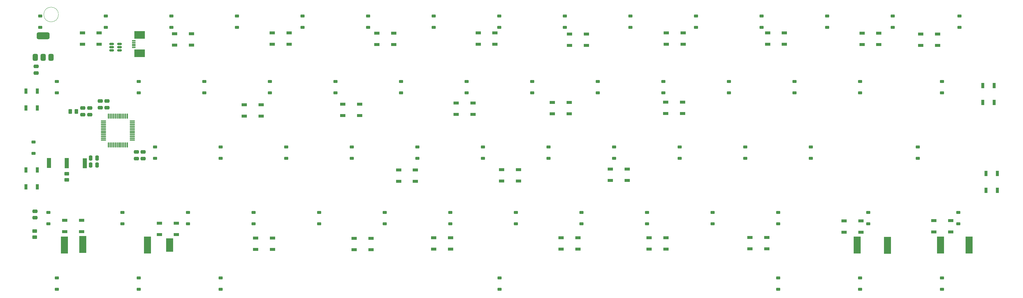
<source format=gbr>
%TF.GenerationSoftware,KiCad,Pcbnew,8.99.0-2194-gb3b7cbcab2*%
%TF.CreationDate,2024-09-18T03:31:56+07:00*%
%TF.ProjectId,Sebas_nuxros,53656261-735f-46e7-9578-726f732e6b69,rev?*%
%TF.SameCoordinates,Original*%
%TF.FileFunction,Paste,Bot*%
%TF.FilePolarity,Positive*%
%FSLAX46Y46*%
G04 Gerber Fmt 4.6, Leading zero omitted, Abs format (unit mm)*
G04 Created by KiCad (PCBNEW 8.99.0-2194-gb3b7cbcab2) date 2024-09-18 03:31:56*
%MOMM*%
%LPD*%
G01*
G04 APERTURE LIST*
G04 Aperture macros list*
%AMRoundRect*
0 Rectangle with rounded corners*
0 $1 Rounding radius*
0 $2 $3 $4 $5 $6 $7 $8 $9 X,Y pos of 4 corners*
0 Add a 4 corners polygon primitive as box body*
4,1,4,$2,$3,$4,$5,$6,$7,$8,$9,$2,$3,0*
0 Add four circle primitives for the rounded corners*
1,1,$1+$1,$2,$3*
1,1,$1+$1,$4,$5*
1,1,$1+$1,$6,$7*
1,1,$1+$1,$8,$9*
0 Add four rect primitives between the rounded corners*
20,1,$1+$1,$2,$3,$4,$5,0*
20,1,$1+$1,$4,$5,$6,$7,0*
20,1,$1+$1,$6,$7,$8,$9,0*
20,1,$1+$1,$8,$9,$2,$3,0*%
G04 Aperture macros list end*
%ADD10C,0.100000*%
%ADD11R,1.100000X0.300000*%
%ADD12R,3.100000X2.300000*%
%ADD13R,2.000000X5.000000*%
%ADD14R,2.000000X4.000000*%
%ADD15R,1.500000X0.900000*%
%ADD16RoundRect,0.250000X-0.450000X0.262500X-0.450000X-0.262500X0.450000X-0.262500X0.450000X0.262500X0*%
%ADD17RoundRect,0.225000X0.375000X-0.225000X0.375000X0.225000X-0.375000X0.225000X-0.375000X-0.225000X0*%
%ADD18RoundRect,0.250000X-0.475000X0.250000X-0.475000X-0.250000X0.475000X-0.250000X0.475000X0.250000X0*%
%ADD19R,0.900000X1.500000*%
%ADD20RoundRect,0.150000X0.512500X0.150000X-0.512500X0.150000X-0.512500X-0.150000X0.512500X-0.150000X0*%
%ADD21RoundRect,0.250000X0.475000X-0.250000X0.475000X0.250000X-0.475000X0.250000X-0.475000X-0.250000X0*%
%ADD22RoundRect,0.250000X0.262500X0.450000X-0.262500X0.450000X-0.262500X-0.450000X0.262500X-0.450000X0*%
%ADD23R,1.190000X3.000000*%
%ADD24RoundRect,0.250000X-0.250000X-0.475000X0.250000X-0.475000X0.250000X0.475000X-0.250000X0.475000X0*%
%ADD25RoundRect,0.375000X0.375000X-0.625000X0.375000X0.625000X-0.375000X0.625000X-0.375000X-0.625000X0*%
%ADD26RoundRect,0.500000X1.400000X-0.500000X1.400000X0.500000X-1.400000X0.500000X-1.400000X-0.500000X0*%
%ADD27RoundRect,0.075000X0.075000X-0.662500X0.075000X0.662500X-0.075000X0.662500X-0.075000X-0.662500X0*%
%ADD28RoundRect,0.075000X0.662500X-0.075000X0.662500X0.075000X-0.662500X0.075000X-0.662500X-0.075000X0*%
G04 APERTURE END LIST*
D10*
X13752825Y-32870000D02*
G75*
G02*
X9467175Y-32870000I-2142825J0D01*
G01*
X9467175Y-32870000D02*
G75*
G02*
X13752825Y-32870000I2142825J0D01*
G01*
D11*
%TO.C,J1*%
X35620000Y-40480000D03*
X35620000Y-40980000D03*
X35620000Y-41480000D03*
X35620000Y-41980000D03*
X35620000Y-42480000D03*
D12*
X37320000Y-38810000D03*
X37320000Y-44150000D03*
%TD*%
D13*
%TO.C,*%
X15500000Y-99900000D03*
%TD*%
%TO.C,*%
X39600000Y-99900000D03*
%TD*%
%TO.C,*%
X20800000Y-99750000D03*
%TD*%
D14*
%TO.C,*%
X46000000Y-99900000D03*
%TD*%
D13*
%TO.C,*%
X278300000Y-99900000D03*
%TD*%
%TO.C,*%
X245800000Y-99939812D03*
%TD*%
%TO.C,*%
X254600000Y-100000000D03*
%TD*%
%TO.C,*%
X270000000Y-99900000D03*
%TD*%
D15*
%TO.C,Drgb15*%
X185300000Y-101110000D03*
X185300000Y-97810000D03*
X190200000Y-97810000D03*
X190200000Y-101110000D03*
%TD*%
D16*
%TO.C,R1*%
X6850000Y-95837500D03*
X6850000Y-97662500D03*
%TD*%
D15*
%TO.C,Drgb12*%
X268050000Y-96100000D03*
X268050000Y-92800000D03*
X272950000Y-92800000D03*
X272950000Y-96100000D03*
%TD*%
D17*
%TO.C,D45*%
X51332500Y-93780000D03*
X51332500Y-90480000D03*
%TD*%
%TO.C,D39*%
X194207500Y-74730000D03*
X194207500Y-71430000D03*
%TD*%
D15*
%TO.C,Drgb19*%
X71020000Y-101240000D03*
X71020000Y-97940000D03*
X75920000Y-97940000D03*
X75920000Y-101240000D03*
%TD*%
D18*
%TO.C,C10*%
X6950000Y-90100000D03*
X6950000Y-92000000D03*
%TD*%
D15*
%TO.C,Drgb5*%
X167100000Y-38580000D03*
X167100000Y-41880000D03*
X162200000Y-41880000D03*
X162200000Y-38580000D03*
%TD*%
D19*
%TO.C,Drgb10*%
X285580000Y-58460000D03*
X282280000Y-58460000D03*
X282280000Y-53560000D03*
X285580000Y-53560000D03*
%TD*%
D20*
%TO.C,U3*%
X31507500Y-41430000D03*
X31507500Y-42380000D03*
X31507500Y-43330000D03*
X29232500Y-43330000D03*
X29232500Y-42380000D03*
X29232500Y-41430000D03*
%TD*%
D15*
%TO.C,Drgb7*%
X224640000Y-38210000D03*
X224640000Y-41510000D03*
X219740000Y-41510000D03*
X219740000Y-38210000D03*
%TD*%
D17*
%TO.C,D4*%
X65620000Y-36630000D03*
X65620000Y-33330000D03*
%TD*%
D16*
%TO.C,R3*%
X16170000Y-79180000D03*
X16170000Y-81005000D03*
%TD*%
D17*
%TO.C,D44*%
X32282500Y-93780000D03*
X32282500Y-90480000D03*
%TD*%
D15*
%TO.C,Drgb2*%
X80750000Y-38210000D03*
X80750000Y-41510000D03*
X75850000Y-41510000D03*
X75850000Y-38210000D03*
%TD*%
D17*
%TO.C,D11*%
X198970000Y-36630000D03*
X198970000Y-33330000D03*
%TD*%
D21*
%TO.C,C5*%
X7270000Y-49880000D03*
X7270000Y-47980000D03*
%TD*%
D17*
%TO.C,D50*%
X146582500Y-93780000D03*
X146582500Y-90480000D03*
%TD*%
%TO.C,D36*%
X137057500Y-74730000D03*
X137057500Y-71430000D03*
%TD*%
D15*
%TO.C,Drgb26*%
X101210000Y-58940000D03*
X101210000Y-62240000D03*
X96310000Y-62240000D03*
X96310000Y-58940000D03*
%TD*%
D22*
%TO.C,R2*%
X18980000Y-61060000D03*
X17155000Y-61060000D03*
%TD*%
D17*
%TO.C,D6*%
X103720000Y-36630000D03*
X103720000Y-33330000D03*
%TD*%
%TO.C,D43*%
X263338100Y-74730000D03*
X263338100Y-71430000D03*
%TD*%
%TO.C,D5*%
X84670000Y-36630000D03*
X84670000Y-33330000D03*
%TD*%
%TO.C,D28*%
X246595000Y-55680000D03*
X246595000Y-52380000D03*
%TD*%
D15*
%TO.C,Drgb8*%
X252070000Y-38320000D03*
X252070000Y-41620000D03*
X247170000Y-41620000D03*
X247170000Y-38320000D03*
%TD*%
D17*
%TO.C,D3*%
X46570000Y-36630000D03*
X46570000Y-33330000D03*
%TD*%
D15*
%TO.C,Drgb20*%
X25590000Y-38240000D03*
X25590000Y-41540000D03*
X20690000Y-41540000D03*
X20690000Y-38240000D03*
%TD*%
D17*
%TO.C,D56*%
X275170000Y-93780000D03*
X275170000Y-90480000D03*
%TD*%
%TO.C,D70*%
X270408000Y-112830000D03*
X270408000Y-109530000D03*
%TD*%
%TO.C,D48*%
X108482500Y-93780000D03*
X108482500Y-90480000D03*
%TD*%
D18*
%TO.C,C1*%
X36410000Y-72880000D03*
X36410000Y-74780000D03*
%TD*%
D17*
%TO.C,D16*%
X13233000Y-55680000D03*
X13233000Y-52380000D03*
%TD*%
%TO.C,D52*%
X184682500Y-93780000D03*
X184682500Y-90480000D03*
%TD*%
%TO.C,D31*%
X41807500Y-74730000D03*
X41807500Y-71430000D03*
%TD*%
%TO.C,D12*%
X218020000Y-36630000D03*
X218020000Y-33330000D03*
%TD*%
%TO.C,D13*%
X237070000Y-36630000D03*
X237070000Y-33330000D03*
%TD*%
%TO.C,D47*%
X89432500Y-93780000D03*
X89432500Y-90480000D03*
%TD*%
D18*
%TO.C,C6*%
X38370000Y-72880000D03*
X38370000Y-74780000D03*
%TD*%
D17*
%TO.C,D1*%
X8470000Y-36630000D03*
X8470000Y-33330000D03*
%TD*%
D15*
%TO.C,Drgb30*%
X178930000Y-77850000D03*
X178930000Y-81150000D03*
X174030000Y-81150000D03*
X174030000Y-77850000D03*
%TD*%
D18*
%TO.C,C9*%
X27870000Y-58050000D03*
X27870000Y-59950000D03*
%TD*%
D15*
%TO.C,Drgb32*%
X112550000Y-81410000D03*
X112550000Y-78110000D03*
X117450000Y-78110000D03*
X117450000Y-81410000D03*
%TD*%
D17*
%TO.C,D59*%
X60858000Y-112830000D03*
X60858000Y-109530000D03*
%TD*%
%TO.C,D26*%
X208495000Y-55680000D03*
X208495000Y-52380000D03*
%TD*%
D15*
%TO.C,Drgb18*%
X99660000Y-101250000D03*
X99660000Y-97950000D03*
X104560000Y-97950000D03*
X104560000Y-101250000D03*
%TD*%
D17*
%TO.C,D57*%
X13233000Y-112830000D03*
X13233000Y-109530000D03*
%TD*%
D15*
%TO.C,Drgb28*%
X162120000Y-58410000D03*
X162120000Y-61710000D03*
X157220000Y-61710000D03*
X157220000Y-58410000D03*
%TD*%
D17*
%TO.C,D54*%
X222782500Y-93780000D03*
X222782500Y-90480000D03*
%TD*%
%TO.C,D68*%
X222783000Y-112830000D03*
X222783000Y-109530000D03*
%TD*%
%TO.C,D25*%
X189445000Y-55680000D03*
X189445000Y-52380000D03*
%TD*%
%TO.C,D18*%
X56095000Y-55680000D03*
X56095000Y-52380000D03*
%TD*%
D19*
%TO.C,Drgb11*%
X286450000Y-84030000D03*
X283150000Y-84030000D03*
X283150000Y-79130000D03*
X286450000Y-79130000D03*
%TD*%
D18*
%TO.C,C3*%
X20820000Y-60080000D03*
X20820000Y-61980000D03*
%TD*%
D17*
%TO.C,D14*%
X256120000Y-36630000D03*
X256120000Y-33330000D03*
%TD*%
%TO.C,D53*%
X203732500Y-93780000D03*
X203732500Y-90480000D03*
%TD*%
%TO.C,D62*%
X141870000Y-112780000D03*
X141870000Y-109480000D03*
%TD*%
D23*
%TO.C,Dled1*%
X10982500Y-76097500D03*
X16172500Y-76097500D03*
%TD*%
D15*
%TO.C,Drgb1*%
X52380000Y-38470000D03*
X52380000Y-41770000D03*
X47480000Y-41770000D03*
X47480000Y-38470000D03*
%TD*%
D17*
%TO.C,D24*%
X170395000Y-55680000D03*
X170395000Y-52380000D03*
%TD*%
D15*
%TO.C,Drgb6*%
X195200000Y-38240000D03*
X195200000Y-41540000D03*
X190300000Y-41540000D03*
X190300000Y-38240000D03*
%TD*%
%TO.C,Drgb9*%
X269100000Y-38530000D03*
X269100000Y-41830000D03*
X264200000Y-41830000D03*
X264200000Y-38530000D03*
%TD*%
D17*
%TO.C,D27*%
X227545000Y-55680000D03*
X227545000Y-52380000D03*
%TD*%
D15*
%TO.C,Drgb17*%
X122730000Y-101080000D03*
X122730000Y-97780000D03*
X127630000Y-97780000D03*
X127630000Y-101080000D03*
%TD*%
D19*
%TO.C,Drgb24*%
X4290000Y-55190000D03*
X7590000Y-55190000D03*
X7590000Y-60090000D03*
X4290000Y-60090000D03*
%TD*%
D17*
%TO.C,D58*%
X37045000Y-112830000D03*
X37045000Y-109530000D03*
%TD*%
%TO.C,D10*%
X179920000Y-36630000D03*
X179920000Y-33330000D03*
%TD*%
D24*
%TO.C,C7*%
X23070000Y-74650000D03*
X24970000Y-74650000D03*
%TD*%
D17*
%TO.C,D46*%
X70382500Y-93780000D03*
X70382500Y-90480000D03*
%TD*%
D24*
%TO.C,C2*%
X23070000Y-76620000D03*
X24970000Y-76620000D03*
%TD*%
D17*
%TO.C,D21*%
X113245000Y-55680000D03*
X113245000Y-52380000D03*
%TD*%
D15*
%TO.C,Drgb21*%
X43050000Y-96850000D03*
X43050000Y-93550000D03*
X47950000Y-93550000D03*
X47950000Y-96850000D03*
%TD*%
D17*
%TO.C,D7*%
X122770000Y-36630000D03*
X122770000Y-33330000D03*
%TD*%
%TO.C,D8*%
X141820000Y-36630000D03*
X141820000Y-33330000D03*
%TD*%
D25*
%TO.C,U2*%
X11620000Y-45340000D03*
X9320000Y-45340000D03*
D26*
X9320000Y-39040000D03*
D25*
X7020000Y-45340000D03*
%TD*%
D15*
%TO.C,Drgb14*%
X214640000Y-101070000D03*
X214640000Y-97770000D03*
X219540000Y-97770000D03*
X219540000Y-101070000D03*
%TD*%
D27*
%TO.C,Ud1*%
X33770000Y-70792500D03*
X33270000Y-70792500D03*
X32770000Y-70792500D03*
X32270000Y-70792500D03*
X31770000Y-70792500D03*
X31270000Y-70792500D03*
X30770000Y-70792500D03*
X30270000Y-70792500D03*
X29770000Y-70792500D03*
X29270000Y-70792500D03*
X28770000Y-70792500D03*
X28270000Y-70792500D03*
D28*
X26857500Y-69380000D03*
X26857500Y-68880000D03*
X26857500Y-68380000D03*
X26857500Y-67880000D03*
X26857500Y-67380000D03*
X26857500Y-66880000D03*
X26857500Y-66380000D03*
X26857500Y-65880000D03*
X26857500Y-65380000D03*
X26857500Y-64880000D03*
X26857500Y-64380000D03*
X26857500Y-63880000D03*
D27*
X28270000Y-62467500D03*
X28770000Y-62467500D03*
X29270000Y-62467500D03*
X29770000Y-62467500D03*
X30270000Y-62467500D03*
X30770000Y-62467500D03*
X31270000Y-62467500D03*
X31770000Y-62467500D03*
X32270000Y-62467500D03*
X32770000Y-62467500D03*
X33270000Y-62467500D03*
X33770000Y-62467500D03*
D28*
X35182500Y-63880000D03*
X35182500Y-64380000D03*
X35182500Y-64880000D03*
X35182500Y-65380000D03*
X35182500Y-65880000D03*
X35182500Y-66380000D03*
X35182500Y-66880000D03*
X35182500Y-67380000D03*
X35182500Y-67880000D03*
X35182500Y-68380000D03*
X35182500Y-68880000D03*
X35182500Y-69380000D03*
%TD*%
D15*
%TO.C,Drgb29*%
X195010000Y-58370000D03*
X195010000Y-61670000D03*
X190110000Y-61670000D03*
X190110000Y-58370000D03*
%TD*%
D17*
%TO.C,D32*%
X60857500Y-74730000D03*
X60857500Y-71430000D03*
%TD*%
D18*
%TO.C,C8*%
X22800000Y-60080000D03*
X22800000Y-61980000D03*
%TD*%
D17*
%TO.C,D33*%
X79907500Y-74730000D03*
X79907500Y-71430000D03*
%TD*%
%TO.C,D20*%
X94195000Y-55680000D03*
X94195000Y-52380000D03*
%TD*%
D15*
%TO.C,Drgb22*%
X15550000Y-96050000D03*
X15550000Y-92750000D03*
X20450000Y-92750000D03*
X20450000Y-96050000D03*
%TD*%
D23*
%TO.C,Dled2*%
X21365000Y-76110000D03*
X16175000Y-76110000D03*
%TD*%
D15*
%TO.C,Drgb31*%
X142510000Y-81310000D03*
X142510000Y-78010000D03*
X147410000Y-78010000D03*
X147410000Y-81310000D03*
%TD*%
D17*
%TO.C,D55*%
X248976500Y-93780000D03*
X248976500Y-90480000D03*
%TD*%
%TO.C,D30*%
X6540000Y-73290000D03*
X6540000Y-69990000D03*
%TD*%
D15*
%TO.C,Drgb3*%
X111170000Y-38310000D03*
X111170000Y-41610000D03*
X106270000Y-41610000D03*
X106270000Y-38310000D03*
%TD*%
D17*
%TO.C,D37*%
X156107500Y-74730000D03*
X156107500Y-71430000D03*
%TD*%
D15*
%TO.C,Drgb13*%
X241930000Y-96230000D03*
X241930000Y-92930000D03*
X246830000Y-92930000D03*
X246830000Y-96230000D03*
%TD*%
D17*
%TO.C,D2*%
X27520000Y-36630000D03*
X27520000Y-33330000D03*
%TD*%
%TO.C,D35*%
X118007500Y-74730000D03*
X118007500Y-71430000D03*
%TD*%
%TO.C,D17*%
X37045000Y-55680000D03*
X37045000Y-52380000D03*
%TD*%
D19*
%TO.C,Drgb23*%
X4290000Y-78090000D03*
X7590000Y-78090000D03*
X7590000Y-82990000D03*
X4290000Y-82990000D03*
%TD*%
D17*
%TO.C,D49*%
X127532500Y-93780000D03*
X127532500Y-90480000D03*
%TD*%
%TO.C,D9*%
X160870000Y-36630000D03*
X160870000Y-33330000D03*
%TD*%
D15*
%TO.C,Drgb27*%
X134160000Y-58640000D03*
X134160000Y-61940000D03*
X129260000Y-61940000D03*
X129260000Y-58640000D03*
%TD*%
D17*
%TO.C,D34*%
X98957500Y-74730000D03*
X98957500Y-71430000D03*
%TD*%
%TO.C,D42*%
X10851000Y-93780000D03*
X10851000Y-90480000D03*
%TD*%
D15*
%TO.C,Drgb16*%
X159770000Y-101130000D03*
X159770000Y-97830000D03*
X164670000Y-97830000D03*
X164670000Y-101130000D03*
%TD*%
D17*
%TO.C,D40*%
X213257500Y-74730000D03*
X213257500Y-71430000D03*
%TD*%
D18*
%TO.C,C4*%
X25880000Y-58050000D03*
X25880000Y-59950000D03*
%TD*%
D17*
%TO.C,D69*%
X246595000Y-112830000D03*
X246595000Y-109530000D03*
%TD*%
%TO.C,D23*%
X151345000Y-55680000D03*
X151345000Y-52380000D03*
%TD*%
%TO.C,D22*%
X132295000Y-55680000D03*
X132295000Y-52380000D03*
%TD*%
%TO.C,D15*%
X275470000Y-36630000D03*
X275470000Y-33330000D03*
%TD*%
%TO.C,D19*%
X75145000Y-55680000D03*
X75145000Y-52380000D03*
%TD*%
%TO.C,D29*%
X270408000Y-55680000D03*
X270408000Y-52380000D03*
%TD*%
%TO.C,D38*%
X175157500Y-74730000D03*
X175157500Y-71430000D03*
%TD*%
%TO.C,D41*%
X232307500Y-74730000D03*
X232307500Y-71430000D03*
%TD*%
%TO.C,D51*%
X165632500Y-93780000D03*
X165632500Y-90480000D03*
%TD*%
D15*
%TO.C,Drgb4*%
X140560000Y-38250000D03*
X140560000Y-41550000D03*
X135660000Y-41550000D03*
X135660000Y-38250000D03*
%TD*%
%TO.C,Drgb25*%
X72600000Y-59110000D03*
X72600000Y-62410000D03*
X67700000Y-62410000D03*
X67700000Y-59110000D03*
%TD*%
M02*

</source>
